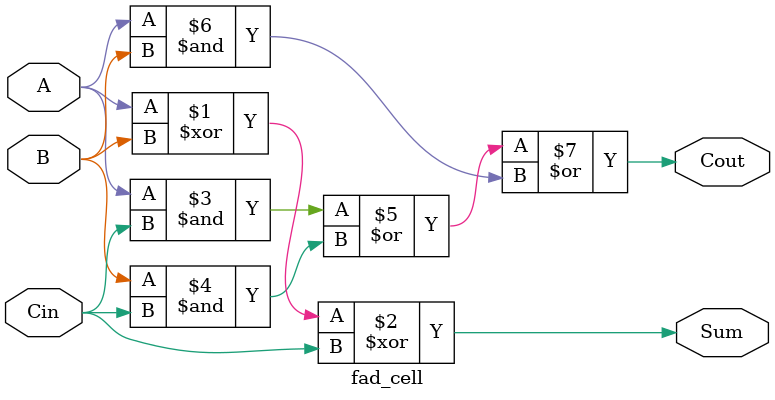
<source format=v>
module fad_cell(input A, B, Cin, output Sum, Cout);
   assign Sum = A^B^Cin;
   initial begin $monitor("%b,%b,%b = %b", A, B, Cin); end
   assign Cout = A & Cin | B & Cin | A & B;
endmodule // fad_cell


</source>
